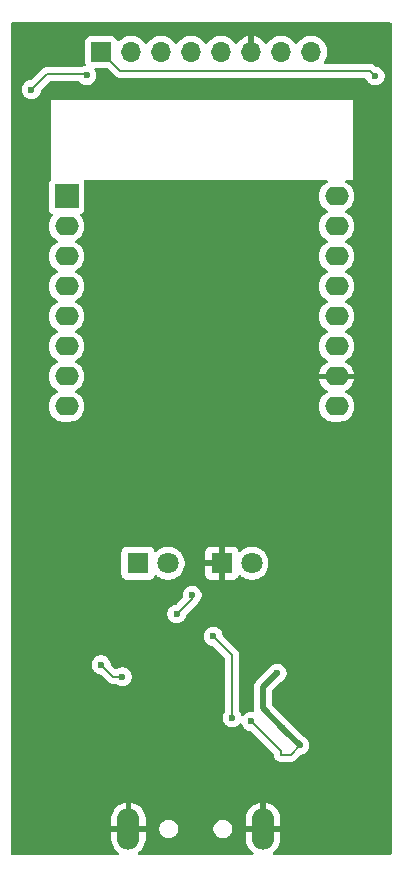
<source format=gbl>
%TF.GenerationSoftware,KiCad,Pcbnew,9.0.0*%
%TF.CreationDate,2025-12-11T14:08:25+01:00*%
%TF.ProjectId,rfidReader,72666964-5265-4616-9465-722e6b696361,rev?*%
%TF.SameCoordinates,Original*%
%TF.FileFunction,Copper,L2,Bot*%
%TF.FilePolarity,Positive*%
%FSLAX46Y46*%
G04 Gerber Fmt 4.6, Leading zero omitted, Abs format (unit mm)*
G04 Created by KiCad (PCBNEW 9.0.0) date 2025-12-11 14:08:25*
%MOMM*%
%LPD*%
G01*
G04 APERTURE LIST*
%TA.AperFunction,HeatsinkPad*%
%ADD10O,1.900000X3.500000*%
%TD*%
%TA.AperFunction,ComponentPad*%
%ADD11R,1.700000X1.700000*%
%TD*%
%TA.AperFunction,ComponentPad*%
%ADD12O,1.700000X1.700000*%
%TD*%
%TA.AperFunction,ComponentPad*%
%ADD13R,1.800000X1.800000*%
%TD*%
%TA.AperFunction,ComponentPad*%
%ADD14C,1.800000*%
%TD*%
%TA.AperFunction,ComponentPad*%
%ADD15R,2.000000X2.000000*%
%TD*%
%TA.AperFunction,ComponentPad*%
%ADD16O,2.000000X1.600000*%
%TD*%
%TA.AperFunction,ViaPad*%
%ADD17C,0.600000*%
%TD*%
%TA.AperFunction,Conductor*%
%ADD18C,0.200000*%
%TD*%
%TA.AperFunction,Conductor*%
%ADD19C,0.500000*%
%TD*%
G04 APERTURE END LIST*
D10*
%TO.P,J1,5,Shield*%
%TO.N,GND*%
X221115000Y-158200000D03*
X209715000Y-158200000D03*
%TD*%
D11*
%TO.P,U2,1,SDA*%
%TO.N,Net-(U1-SDA{slash}D2)*%
X207400000Y-92400000D03*
D12*
%TO.P,U2,2,SCK*%
%TO.N,Net-(U1-SCK{slash}D5)*%
X209940000Y-92400000D03*
%TO.P,U2,3,MOSI*%
%TO.N,Net-(U1-MOSI{slash}D7)*%
X212480000Y-92400000D03*
%TO.P,U2,4,MISO*%
%TO.N,Net-(U1-MISO{slash}D6)*%
X215020000Y-92400000D03*
%TO.P,U2,5,IRQ*%
%TO.N,unconnected-(U2-IRQ-Pad5)*%
X217560000Y-92400000D03*
%TO.P,U2,6,GND*%
%TO.N,GND*%
X220100000Y-92400000D03*
%TO.P,U2,7,RST*%
%TO.N,Net-(U1-SCL{slash}D1)*%
X222640000Y-92400000D03*
%TO.P,U2,8,3.3V*%
%TO.N,VDD*%
X225180000Y-92400000D03*
%TD*%
D13*
%TO.P,OK,1,K*%
%TO.N,GND*%
X217625000Y-135700000D03*
D14*
%TO.P,OK,2,A*%
%TO.N,Net-(Validation1-A)*%
X220165000Y-135700000D03*
%TD*%
D13*
%TO.P,Marche,1,K*%
%TO.N,Net-(Marche2-K)*%
X210525000Y-135700000D03*
D14*
%TO.P,Marche,2,A*%
%TO.N,Net-(Marche2-A)*%
X213065000Y-135700000D03*
%TD*%
D15*
%TO.P,U1,1,~{RST}*%
%TO.N,unconnected-(U1-~{RST}-Pad1)*%
X204470000Y-104648000D03*
D16*
%TO.P,U1,2,A0*%
%TO.N,unconnected-(U1-A0-Pad2)*%
X204470000Y-107188000D03*
%TO.P,U1,3,D0*%
%TO.N,unconnected-(U1-D0-Pad3)*%
X204470000Y-109728000D03*
%TO.P,U1,4,SCK/D5*%
%TO.N,Net-(U1-SCK{slash}D5)*%
X204470000Y-112268000D03*
%TO.P,U1,5,MISO/D6*%
%TO.N,Net-(U1-MISO{slash}D6)*%
X204470000Y-114808000D03*
%TO.P,U1,6,MOSI/D7*%
%TO.N,Net-(U1-MOSI{slash}D7)*%
X204470000Y-117348000D03*
%TO.P,U1,7,CS/D8*%
%TO.N,unconnected-(U1-CS{slash}D8-Pad7)*%
X204470000Y-119888000D03*
%TO.P,U1,8,3V3*%
%TO.N,VDD*%
X204470000Y-122428000D03*
%TO.P,U1,9,5V*%
%TO.N,unconnected-(U1-5V-Pad9)*%
X227330000Y-122428000D03*
%TO.P,U1,10,GND*%
%TO.N,GND*%
X227330000Y-119888000D03*
%TO.P,U1,11,D4*%
%TO.N,/D4*%
X227330000Y-117348000D03*
%TO.P,U1,12,D3*%
%TO.N,unconnected-(U1-D3-Pad12)*%
X227330000Y-114808000D03*
%TO.P,U1,13,SDA/D2*%
%TO.N,Net-(U1-SDA{slash}D2)*%
X227330000Y-112268000D03*
%TO.P,U1,14,SCL/D1*%
%TO.N,Net-(U1-SCL{slash}D1)*%
X227330000Y-109728000D03*
%TO.P,U1,15,RX*%
%TO.N,unconnected-(U1-RX-Pad15)*%
X227330000Y-107188000D03*
%TO.P,U1,16,TX*%
%TO.N,/RX*%
X227330000Y-104648000D03*
%TD*%
D17*
%TO.N,GND*%
X218000000Y-150650000D03*
X227500000Y-133000000D03*
X217400000Y-144350000D03*
X212250000Y-152600000D03*
X207250000Y-136850000D03*
%TO.N,VBUS*%
X222300000Y-145000000D03*
%TO.N,Net-(Marche2-A)*%
X218500000Y-148800000D03*
%TO.N,VBUS*%
X220100000Y-149100000D03*
%TO.N,/RX*%
X215100000Y-138400000D03*
%TO.N,Net-(Marche2-A)*%
X216900000Y-141900000D03*
%TO.N,Net-(U1-MOSI{slash}D7)*%
X206200000Y-94400000D03*
X201500000Y-95600000D03*
%TO.N,Net-(U1-SDA{slash}D2)*%
X230600000Y-94450000D03*
%TO.N,/RX*%
X207400000Y-144300000D03*
X209200000Y-145300000D03*
%TO.N,VBUS*%
X224232500Y-151120333D03*
%TO.N,/RX*%
X213800000Y-140000000D03*
%TD*%
D18*
%TO.N,VBUS*%
X220100000Y-149100000D02*
X222600000Y-151600000D01*
D19*
X221100000Y-146200000D02*
X221100000Y-148000000D01*
X222300000Y-145000000D02*
X221100000Y-146200000D01*
X222700000Y-149587833D02*
X223006084Y-149893916D01*
D18*
X223452833Y-151900000D02*
X224232500Y-151120333D01*
D19*
X222993916Y-149893916D02*
X223006084Y-149893916D01*
D18*
X222600000Y-151900000D02*
X223452833Y-151900000D01*
X222600000Y-151600000D02*
X222600000Y-151900000D01*
D19*
X221100000Y-148000000D02*
X222993916Y-149893916D01*
X223006084Y-149893916D02*
X224232500Y-151120333D01*
D18*
%TO.N,Net-(Marche2-A)*%
X218500000Y-143500000D02*
X216900000Y-141900000D01*
X216800000Y-141800000D02*
X216900000Y-141900000D01*
X218500000Y-148800000D02*
X218500000Y-143500000D01*
%TO.N,/RX*%
X208400000Y-145300000D02*
X207400000Y-144300000D01*
X209200000Y-145300000D02*
X208400000Y-145300000D01*
X215100000Y-138700000D02*
X215100000Y-138400000D01*
X213800000Y-140000000D02*
X215100000Y-138700000D01*
%TO.N,Net-(U1-MOSI{slash}D7)*%
X202800000Y-94300000D02*
X206100000Y-94300000D01*
X201500000Y-95600000D02*
X202800000Y-94300000D01*
X206100000Y-94300000D02*
X206200000Y-94400000D01*
%TO.N,Net-(U1-SDA{slash}D2)*%
X230600000Y-94450000D02*
X230150000Y-94000000D01*
X230150000Y-94000000D02*
X209000000Y-94000000D01*
X209000000Y-94000000D02*
X207400000Y-92400000D01*
%TD*%
%TA.AperFunction,Conductor*%
%TO.N,GND*%
G36*
X231942539Y-89920185D02*
G01*
X231988294Y-89972989D01*
X231999500Y-90024500D01*
X231999500Y-160275500D01*
X231979815Y-160342539D01*
X231927011Y-160388294D01*
X231875500Y-160399500D01*
X222037274Y-160399500D01*
X221970235Y-160379815D01*
X221924480Y-160327011D01*
X221914536Y-160257853D01*
X221943561Y-160194297D01*
X221964388Y-160175182D01*
X222059613Y-160105995D01*
X222059614Y-160105995D01*
X222220995Y-159944614D01*
X222355150Y-159759966D01*
X222458769Y-159556604D01*
X222529295Y-159339544D01*
X222565000Y-159114116D01*
X222565000Y-158450000D01*
X221565000Y-158450000D01*
X221565000Y-157950000D01*
X222565000Y-157950000D01*
X222565000Y-157285883D01*
X222529295Y-157060455D01*
X222458769Y-156843395D01*
X222355150Y-156640033D01*
X222220995Y-156455385D01*
X222059614Y-156294004D01*
X221874966Y-156159849D01*
X221671602Y-156056229D01*
X221454541Y-155985703D01*
X221365000Y-155971521D01*
X221365000Y-157024722D01*
X221288694Y-156980667D01*
X221174244Y-156950000D01*
X221055756Y-156950000D01*
X220941306Y-156980667D01*
X220865000Y-157024722D01*
X220865000Y-155971521D01*
X220864999Y-155971521D01*
X220775458Y-155985703D01*
X220558397Y-156056229D01*
X220355033Y-156159849D01*
X220170385Y-156294004D01*
X220009004Y-156455385D01*
X219874849Y-156640033D01*
X219771230Y-156843395D01*
X219700704Y-157060455D01*
X219665000Y-157285883D01*
X219665000Y-157950000D01*
X220665000Y-157950000D01*
X220665000Y-158450000D01*
X219665000Y-158450000D01*
X219665000Y-159114116D01*
X219700704Y-159339544D01*
X219771230Y-159556604D01*
X219874849Y-159759966D01*
X220009004Y-159944614D01*
X220170385Y-160105995D01*
X220265612Y-160175182D01*
X220308277Y-160230512D01*
X220314256Y-160300126D01*
X220281650Y-160361920D01*
X220220811Y-160396278D01*
X220192726Y-160399500D01*
X210637274Y-160399500D01*
X210570235Y-160379815D01*
X210524480Y-160327011D01*
X210514536Y-160257853D01*
X210543561Y-160194297D01*
X210564388Y-160175182D01*
X210659613Y-160105995D01*
X210659614Y-160105995D01*
X210820995Y-159944614D01*
X210955150Y-159759966D01*
X211058769Y-159556604D01*
X211129295Y-159339544D01*
X211165000Y-159114116D01*
X211165000Y-158450000D01*
X210165000Y-158450000D01*
X210165000Y-158121153D01*
X212314500Y-158121153D01*
X212314500Y-158278846D01*
X212345261Y-158433489D01*
X212345264Y-158433501D01*
X212405602Y-158579172D01*
X212405609Y-158579185D01*
X212493210Y-158710288D01*
X212493213Y-158710292D01*
X212604707Y-158821786D01*
X212604711Y-158821789D01*
X212735814Y-158909390D01*
X212735827Y-158909397D01*
X212881498Y-158969735D01*
X212881503Y-158969737D01*
X213036153Y-159000499D01*
X213036156Y-159000500D01*
X213036158Y-159000500D01*
X213193844Y-159000500D01*
X213193845Y-159000499D01*
X213348497Y-158969737D01*
X213494179Y-158909394D01*
X213625289Y-158821789D01*
X213736789Y-158710289D01*
X213824394Y-158579179D01*
X213884737Y-158433497D01*
X213915500Y-158278842D01*
X213915500Y-158121158D01*
X213915500Y-158121155D01*
X213915499Y-158121153D01*
X216914500Y-158121153D01*
X216914500Y-158278846D01*
X216945261Y-158433489D01*
X216945264Y-158433501D01*
X217005602Y-158579172D01*
X217005609Y-158579185D01*
X217093210Y-158710288D01*
X217093213Y-158710292D01*
X217204707Y-158821786D01*
X217204711Y-158821789D01*
X217335814Y-158909390D01*
X217335827Y-158909397D01*
X217481498Y-158969735D01*
X217481503Y-158969737D01*
X217636153Y-159000499D01*
X217636156Y-159000500D01*
X217636158Y-159000500D01*
X217793844Y-159000500D01*
X217793845Y-159000499D01*
X217948497Y-158969737D01*
X218094179Y-158909394D01*
X218225289Y-158821789D01*
X218336789Y-158710289D01*
X218424394Y-158579179D01*
X218484737Y-158433497D01*
X218515500Y-158278842D01*
X218515500Y-158121158D01*
X218515500Y-158121155D01*
X218515499Y-158121153D01*
X218484738Y-157966510D01*
X218484737Y-157966503D01*
X218477901Y-157950000D01*
X218424397Y-157820827D01*
X218424390Y-157820814D01*
X218336789Y-157689711D01*
X218336786Y-157689707D01*
X218225292Y-157578213D01*
X218225288Y-157578210D01*
X218094185Y-157490609D01*
X218094172Y-157490602D01*
X217948501Y-157430264D01*
X217948491Y-157430261D01*
X217809570Y-157402628D01*
X217809569Y-157402627D01*
X217793845Y-157399500D01*
X217793842Y-157399500D01*
X217636158Y-157399500D01*
X217636155Y-157399500D01*
X217481510Y-157430261D01*
X217481498Y-157430264D01*
X217335827Y-157490602D01*
X217335814Y-157490609D01*
X217204711Y-157578210D01*
X217204707Y-157578213D01*
X217093213Y-157689707D01*
X217093210Y-157689711D01*
X217005609Y-157820814D01*
X217005602Y-157820827D01*
X216945264Y-157966498D01*
X216945261Y-157966510D01*
X216914500Y-158121153D01*
X213915499Y-158121153D01*
X213884738Y-157966510D01*
X213884737Y-157966503D01*
X213877901Y-157950000D01*
X213824397Y-157820827D01*
X213824390Y-157820814D01*
X213736789Y-157689711D01*
X213736786Y-157689707D01*
X213625292Y-157578213D01*
X213625288Y-157578210D01*
X213494185Y-157490609D01*
X213494172Y-157490602D01*
X213348501Y-157430264D01*
X213348489Y-157430261D01*
X213193845Y-157399500D01*
X213193842Y-157399500D01*
X213036158Y-157399500D01*
X213036155Y-157399500D01*
X212881510Y-157430261D01*
X212881498Y-157430264D01*
X212735827Y-157490602D01*
X212735814Y-157490609D01*
X212604711Y-157578210D01*
X212604707Y-157578213D01*
X212493213Y-157689707D01*
X212493210Y-157689711D01*
X212405609Y-157820814D01*
X212405602Y-157820827D01*
X212345264Y-157966498D01*
X212345261Y-157966510D01*
X212314500Y-158121153D01*
X210165000Y-158121153D01*
X210165000Y-157950000D01*
X211165000Y-157950000D01*
X211165000Y-157285883D01*
X211129295Y-157060455D01*
X211058769Y-156843395D01*
X210955150Y-156640033D01*
X210820995Y-156455385D01*
X210659614Y-156294004D01*
X210474966Y-156159849D01*
X210271602Y-156056229D01*
X210054541Y-155985703D01*
X209965000Y-155971521D01*
X209965000Y-157024722D01*
X209888694Y-156980667D01*
X209774244Y-156950000D01*
X209655756Y-156950000D01*
X209541306Y-156980667D01*
X209465000Y-157024722D01*
X209465000Y-155971521D01*
X209464999Y-155971521D01*
X209375458Y-155985703D01*
X209158397Y-156056229D01*
X208955033Y-156159849D01*
X208770385Y-156294004D01*
X208609004Y-156455385D01*
X208474849Y-156640033D01*
X208371230Y-156843395D01*
X208300704Y-157060455D01*
X208265000Y-157285883D01*
X208265000Y-157950000D01*
X209265000Y-157950000D01*
X209265000Y-158450000D01*
X208265000Y-158450000D01*
X208265000Y-159114116D01*
X208300704Y-159339544D01*
X208371230Y-159556604D01*
X208474849Y-159759966D01*
X208609004Y-159944614D01*
X208770385Y-160105995D01*
X208865612Y-160175182D01*
X208908277Y-160230512D01*
X208914256Y-160300126D01*
X208881650Y-160361920D01*
X208820811Y-160396278D01*
X208792726Y-160399500D01*
X199874500Y-160399500D01*
X199807461Y-160379815D01*
X199761706Y-160327011D01*
X199750500Y-160275500D01*
X199750500Y-144221153D01*
X206599500Y-144221153D01*
X206599500Y-144378846D01*
X206630261Y-144533489D01*
X206630264Y-144533501D01*
X206690602Y-144679172D01*
X206690609Y-144679185D01*
X206778210Y-144810288D01*
X206778213Y-144810292D01*
X206889707Y-144921786D01*
X206889711Y-144921789D01*
X207020814Y-145009390D01*
X207020827Y-145009397D01*
X207158683Y-145066498D01*
X207166503Y-145069737D01*
X207212277Y-145078842D01*
X207321849Y-145100638D01*
X207383760Y-145133023D01*
X207385336Y-145134571D01*
X208031284Y-145780520D01*
X208031286Y-145780521D01*
X208031290Y-145780524D01*
X208142110Y-145844505D01*
X208168216Y-145859577D01*
X208320943Y-145900501D01*
X208320945Y-145900501D01*
X208486654Y-145900501D01*
X208486670Y-145900500D01*
X208620234Y-145900500D01*
X208687273Y-145920185D01*
X208689125Y-145921398D01*
X208820814Y-146009390D01*
X208820827Y-146009397D01*
X208966498Y-146069735D01*
X208966503Y-146069737D01*
X209121153Y-146100499D01*
X209121156Y-146100500D01*
X209121158Y-146100500D01*
X209278844Y-146100500D01*
X209278845Y-146100499D01*
X209433497Y-146069737D01*
X209579179Y-146009394D01*
X209710289Y-145921789D01*
X209821789Y-145810289D01*
X209909394Y-145679179D01*
X209969737Y-145533497D01*
X210000500Y-145378842D01*
X210000500Y-145221158D01*
X210000500Y-145221155D01*
X210000499Y-145221153D01*
X209972192Y-145078846D01*
X209969737Y-145066503D01*
X209909534Y-144921158D01*
X209909397Y-144920827D01*
X209909390Y-144920814D01*
X209821789Y-144789711D01*
X209821786Y-144789707D01*
X209710292Y-144678213D01*
X209710288Y-144678210D01*
X209579185Y-144590609D01*
X209579172Y-144590602D01*
X209433501Y-144530264D01*
X209433489Y-144530261D01*
X209278845Y-144499500D01*
X209278842Y-144499500D01*
X209121158Y-144499500D01*
X209121155Y-144499500D01*
X208966510Y-144530261D01*
X208966498Y-144530264D01*
X208820827Y-144590602D01*
X208820814Y-144590609D01*
X208737000Y-144646613D01*
X208670323Y-144667491D01*
X208602942Y-144649007D01*
X208580428Y-144631192D01*
X208234573Y-144285337D01*
X208201088Y-144224014D01*
X208200637Y-144221847D01*
X208169738Y-144066510D01*
X208169737Y-144066503D01*
X208169735Y-144066498D01*
X208109397Y-143920827D01*
X208109390Y-143920814D01*
X208021789Y-143789711D01*
X208021786Y-143789707D01*
X207910292Y-143678213D01*
X207910288Y-143678210D01*
X207779185Y-143590609D01*
X207779172Y-143590602D01*
X207633501Y-143530264D01*
X207633489Y-143530261D01*
X207478845Y-143499500D01*
X207478842Y-143499500D01*
X207321158Y-143499500D01*
X207321155Y-143499500D01*
X207166510Y-143530261D01*
X207166498Y-143530264D01*
X207020827Y-143590602D01*
X207020814Y-143590609D01*
X206889711Y-143678210D01*
X206889707Y-143678213D01*
X206778213Y-143789707D01*
X206778210Y-143789711D01*
X206690609Y-143920814D01*
X206690602Y-143920827D01*
X206630264Y-144066498D01*
X206630261Y-144066510D01*
X206599500Y-144221153D01*
X199750500Y-144221153D01*
X199750500Y-141821153D01*
X216099500Y-141821153D01*
X216099500Y-141978846D01*
X216130261Y-142133489D01*
X216130264Y-142133501D01*
X216190602Y-142279172D01*
X216190609Y-142279185D01*
X216278210Y-142410288D01*
X216278213Y-142410292D01*
X216389707Y-142521786D01*
X216389711Y-142521789D01*
X216520814Y-142609390D01*
X216520827Y-142609397D01*
X216666498Y-142669735D01*
X216666503Y-142669737D01*
X216731147Y-142682595D01*
X216821849Y-142700638D01*
X216883760Y-142733023D01*
X216885339Y-142734574D01*
X217863181Y-143712416D01*
X217896666Y-143773739D01*
X217899500Y-143800097D01*
X217899500Y-148220234D01*
X217879815Y-148287273D01*
X217878602Y-148289125D01*
X217790609Y-148420814D01*
X217790602Y-148420827D01*
X217730264Y-148566498D01*
X217730261Y-148566510D01*
X217699500Y-148721153D01*
X217699500Y-148878846D01*
X217730261Y-149033489D01*
X217730264Y-149033501D01*
X217790602Y-149179172D01*
X217790609Y-149179185D01*
X217878210Y-149310288D01*
X217878213Y-149310292D01*
X217989707Y-149421786D01*
X217989711Y-149421789D01*
X218120814Y-149509390D01*
X218120827Y-149509397D01*
X218266498Y-149569735D01*
X218266503Y-149569737D01*
X218421153Y-149600499D01*
X218421156Y-149600500D01*
X218421158Y-149600500D01*
X218578844Y-149600500D01*
X218578845Y-149600499D01*
X218733497Y-149569737D01*
X218879179Y-149509394D01*
X219010289Y-149421789D01*
X219121789Y-149310289D01*
X219121795Y-149310279D01*
X219122696Y-149309183D01*
X219123323Y-149308755D01*
X219126097Y-149305982D01*
X219126622Y-149306507D01*
X219180439Y-149269844D01*
X219250283Y-149267968D01*
X219310054Y-149304150D01*
X219333117Y-149340388D01*
X219390602Y-149479172D01*
X219390609Y-149479185D01*
X219478210Y-149610288D01*
X219478213Y-149610292D01*
X219589707Y-149721786D01*
X219589711Y-149721789D01*
X219720814Y-149809390D01*
X219720827Y-149809397D01*
X219866498Y-149869735D01*
X219866503Y-149869737D01*
X219931147Y-149882595D01*
X220021849Y-149900638D01*
X220083760Y-149933023D01*
X220085339Y-149934574D01*
X221963181Y-151812416D01*
X221996666Y-151873739D01*
X221999500Y-151900097D01*
X221999500Y-151979056D01*
X222040423Y-152131783D01*
X222040426Y-152131790D01*
X222119475Y-152268709D01*
X222119478Y-152268713D01*
X222119480Y-152268716D01*
X222231284Y-152380520D01*
X222231286Y-152380521D01*
X222231290Y-152380524D01*
X222368209Y-152459573D01*
X222368216Y-152459577D01*
X222520943Y-152500500D01*
X222679057Y-152500500D01*
X223366164Y-152500500D01*
X223366180Y-152500501D01*
X223373776Y-152500501D01*
X223531887Y-152500501D01*
X223531890Y-152500501D01*
X223684618Y-152459577D01*
X223734737Y-152430639D01*
X223821549Y-152380520D01*
X223933353Y-152268716D01*
X223933353Y-152268714D01*
X223943561Y-152258507D01*
X223943562Y-152258504D01*
X224247164Y-151954903D01*
X224308484Y-151921421D01*
X224310651Y-151920970D01*
X224311340Y-151920833D01*
X224311342Y-151920833D01*
X224465997Y-151890070D01*
X224611679Y-151829727D01*
X224742789Y-151742122D01*
X224854289Y-151630622D01*
X224941894Y-151499512D01*
X225002237Y-151353830D01*
X225033000Y-151199175D01*
X225033000Y-151041491D01*
X225033000Y-151041488D01*
X225032999Y-151041486D01*
X225002238Y-150886843D01*
X225002237Y-150886836D01*
X225002235Y-150886831D01*
X224941897Y-150741160D01*
X224941890Y-150741147D01*
X224854289Y-150610044D01*
X224854286Y-150610040D01*
X224742792Y-150498546D01*
X224742784Y-150498540D01*
X224611681Y-150410940D01*
X224611679Y-150410939D01*
X224588021Y-150401139D01*
X224547795Y-150374260D01*
X223178415Y-149004880D01*
X223151903Y-148987166D01*
X223133113Y-148971745D01*
X221886819Y-147725451D01*
X221853334Y-147664128D01*
X221850500Y-147637770D01*
X221850500Y-146562229D01*
X221870185Y-146495190D01*
X221886819Y-146474548D01*
X222235288Y-146126079D01*
X222615297Y-145746069D01*
X222655522Y-145719192D01*
X222679179Y-145709394D01*
X222810289Y-145621789D01*
X222921789Y-145510289D01*
X223009394Y-145379179D01*
X223069737Y-145233497D01*
X223100500Y-145078842D01*
X223100500Y-144921158D01*
X223100500Y-144921155D01*
X223100499Y-144921153D01*
X223078447Y-144810292D01*
X223069737Y-144766503D01*
X223033569Y-144679185D01*
X223009397Y-144620827D01*
X223009390Y-144620814D01*
X222921789Y-144489711D01*
X222921786Y-144489707D01*
X222810292Y-144378213D01*
X222810288Y-144378210D01*
X222679185Y-144290609D01*
X222679172Y-144290602D01*
X222533501Y-144230264D01*
X222533489Y-144230261D01*
X222378845Y-144199500D01*
X222378842Y-144199500D01*
X222221158Y-144199500D01*
X222221155Y-144199500D01*
X222066510Y-144230261D01*
X222066498Y-144230264D01*
X221920827Y-144290602D01*
X221920814Y-144290609D01*
X221789711Y-144378210D01*
X221789707Y-144378213D01*
X221678213Y-144489707D01*
X221678207Y-144489715D01*
X221590607Y-144620818D01*
X221590606Y-144620819D01*
X221580805Y-144644480D01*
X221553927Y-144684703D01*
X220517047Y-145721584D01*
X220517043Y-145721589D01*
X220484874Y-145769736D01*
X220484874Y-145769737D01*
X220434913Y-145844508D01*
X220378343Y-145981082D01*
X220378340Y-145981092D01*
X220349500Y-146126079D01*
X220349500Y-146126082D01*
X220349500Y-148073918D01*
X220349500Y-148073920D01*
X220349499Y-148073920D01*
X220367045Y-148162123D01*
X220360818Y-148231715D01*
X220317955Y-148286892D01*
X220252066Y-148310137D01*
X220221237Y-148307932D01*
X220178846Y-148299500D01*
X220178842Y-148299500D01*
X220021158Y-148299500D01*
X220021155Y-148299500D01*
X219866510Y-148330261D01*
X219866498Y-148330264D01*
X219720827Y-148390602D01*
X219720814Y-148390609D01*
X219589711Y-148478210D01*
X219589707Y-148478213D01*
X219478208Y-148589712D01*
X219477288Y-148590834D01*
X219476657Y-148591263D01*
X219473903Y-148594018D01*
X219473380Y-148593495D01*
X219419538Y-148630162D01*
X219349694Y-148632025D01*
X219289929Y-148595832D01*
X219266882Y-148559611D01*
X219209397Y-148420826D01*
X219209390Y-148420814D01*
X219121398Y-148289125D01*
X219100520Y-148222447D01*
X219100500Y-148220234D01*
X219100500Y-143589060D01*
X219100501Y-143589047D01*
X219100501Y-143420944D01*
X219059576Y-143268214D01*
X219059573Y-143268209D01*
X218980524Y-143131290D01*
X218980518Y-143131282D01*
X217734573Y-141885337D01*
X217701088Y-141824014D01*
X217700637Y-141821847D01*
X217669738Y-141666510D01*
X217669737Y-141666503D01*
X217669735Y-141666498D01*
X217609397Y-141520827D01*
X217609390Y-141520814D01*
X217521789Y-141389711D01*
X217521786Y-141389707D01*
X217410292Y-141278213D01*
X217410288Y-141278210D01*
X217279185Y-141190609D01*
X217279172Y-141190602D01*
X217133501Y-141130264D01*
X217133489Y-141130261D01*
X216978845Y-141099500D01*
X216978842Y-141099500D01*
X216821158Y-141099500D01*
X216821155Y-141099500D01*
X216666510Y-141130261D01*
X216666498Y-141130264D01*
X216520827Y-141190602D01*
X216520814Y-141190609D01*
X216389711Y-141278210D01*
X216389707Y-141278213D01*
X216278213Y-141389707D01*
X216278210Y-141389711D01*
X216190609Y-141520814D01*
X216190602Y-141520827D01*
X216130264Y-141666498D01*
X216130261Y-141666510D01*
X216099500Y-141821153D01*
X199750500Y-141821153D01*
X199750500Y-139921153D01*
X212999500Y-139921153D01*
X212999500Y-140078846D01*
X213030261Y-140233489D01*
X213030264Y-140233501D01*
X213090602Y-140379172D01*
X213090609Y-140379185D01*
X213178210Y-140510288D01*
X213178213Y-140510292D01*
X213289707Y-140621786D01*
X213289711Y-140621789D01*
X213420814Y-140709390D01*
X213420827Y-140709397D01*
X213566498Y-140769735D01*
X213566503Y-140769737D01*
X213721153Y-140800499D01*
X213721156Y-140800500D01*
X213721158Y-140800500D01*
X213878844Y-140800500D01*
X213878845Y-140800499D01*
X214033497Y-140769737D01*
X214179179Y-140709394D01*
X214310289Y-140621789D01*
X214421789Y-140510289D01*
X214509394Y-140379179D01*
X214569737Y-140233497D01*
X214589113Y-140136085D01*
X214600638Y-140078150D01*
X214633023Y-140016239D01*
X214634516Y-140014718D01*
X215580520Y-139068716D01*
X215595792Y-139042262D01*
X215615497Y-139016580D01*
X215721789Y-138910289D01*
X215809394Y-138779179D01*
X215869737Y-138633497D01*
X215900500Y-138478842D01*
X215900500Y-138321158D01*
X215900500Y-138321155D01*
X215900499Y-138321153D01*
X215869738Y-138166510D01*
X215869737Y-138166503D01*
X215869735Y-138166498D01*
X215809397Y-138020827D01*
X215809390Y-138020814D01*
X215721789Y-137889711D01*
X215721786Y-137889707D01*
X215610292Y-137778213D01*
X215610288Y-137778210D01*
X215479185Y-137690609D01*
X215479172Y-137690602D01*
X215333501Y-137630264D01*
X215333489Y-137630261D01*
X215178845Y-137599500D01*
X215178842Y-137599500D01*
X215021158Y-137599500D01*
X215021155Y-137599500D01*
X214866510Y-137630261D01*
X214866498Y-137630264D01*
X214720827Y-137690602D01*
X214720814Y-137690609D01*
X214589711Y-137778210D01*
X214589707Y-137778213D01*
X214478213Y-137889707D01*
X214478210Y-137889711D01*
X214390609Y-138020814D01*
X214390602Y-138020827D01*
X214330264Y-138166498D01*
X214330261Y-138166510D01*
X214299500Y-138321153D01*
X214299500Y-138321158D01*
X214299500Y-138478842D01*
X214299501Y-138478846D01*
X214315176Y-138557652D01*
X214308947Y-138627243D01*
X214281239Y-138669523D01*
X213785339Y-139165425D01*
X213724016Y-139198910D01*
X213721850Y-139199361D01*
X213566508Y-139230261D01*
X213566498Y-139230264D01*
X213420827Y-139290602D01*
X213420814Y-139290609D01*
X213289711Y-139378210D01*
X213289707Y-139378213D01*
X213178213Y-139489707D01*
X213178210Y-139489711D01*
X213090609Y-139620814D01*
X213090602Y-139620827D01*
X213030264Y-139766498D01*
X213030261Y-139766510D01*
X212999500Y-139921153D01*
X199750500Y-139921153D01*
X199750500Y-134752135D01*
X209124500Y-134752135D01*
X209124500Y-136647870D01*
X209124501Y-136647876D01*
X209130908Y-136707483D01*
X209181202Y-136842328D01*
X209181206Y-136842335D01*
X209267452Y-136957544D01*
X209267455Y-136957547D01*
X209382664Y-137043793D01*
X209382671Y-137043797D01*
X209517517Y-137094091D01*
X209517516Y-137094091D01*
X209524444Y-137094835D01*
X209577127Y-137100500D01*
X211472872Y-137100499D01*
X211532483Y-137094091D01*
X211667331Y-137043796D01*
X211782546Y-136957546D01*
X211868796Y-136842331D01*
X211868885Y-136842093D01*
X211898601Y-136762420D01*
X211940471Y-136706486D01*
X212005936Y-136682068D01*
X212074209Y-136696919D01*
X212102464Y-136718071D01*
X212152636Y-136768243D01*
X212152641Y-136768247D01*
X212254603Y-136842326D01*
X212330978Y-136897815D01*
X212459375Y-136963237D01*
X212527393Y-136997895D01*
X212527396Y-136997896D01*
X212632221Y-137031955D01*
X212737049Y-137066015D01*
X212954778Y-137100500D01*
X212954779Y-137100500D01*
X213175221Y-137100500D01*
X213175222Y-137100500D01*
X213392951Y-137066015D01*
X213602606Y-136997895D01*
X213799022Y-136897815D01*
X213977365Y-136768242D01*
X214133242Y-136612365D01*
X214262815Y-136434022D01*
X214362895Y-136237606D01*
X214431015Y-136027951D01*
X214465500Y-135810222D01*
X214465500Y-135589778D01*
X214431015Y-135372049D01*
X214396955Y-135267221D01*
X214362896Y-135162396D01*
X214362895Y-135162393D01*
X214262815Y-134965978D01*
X214158018Y-134821736D01*
X214158017Y-134821735D01*
X214133243Y-134787636D01*
X214097762Y-134752155D01*
X216225000Y-134752155D01*
X216225000Y-135450000D01*
X217249722Y-135450000D01*
X217205667Y-135526306D01*
X217175000Y-135640756D01*
X217175000Y-135759244D01*
X217205667Y-135873694D01*
X217249722Y-135950000D01*
X216225000Y-135950000D01*
X216225000Y-136647844D01*
X216231401Y-136707372D01*
X216231403Y-136707379D01*
X216281645Y-136842086D01*
X216281649Y-136842093D01*
X216367809Y-136957187D01*
X216367812Y-136957190D01*
X216482906Y-137043350D01*
X216482913Y-137043354D01*
X216617620Y-137093596D01*
X216617627Y-137093598D01*
X216677155Y-137099999D01*
X216677172Y-137100000D01*
X217375000Y-137100000D01*
X217375000Y-136075277D01*
X217451306Y-136119333D01*
X217565756Y-136150000D01*
X217684244Y-136150000D01*
X217798694Y-136119333D01*
X217875000Y-136075277D01*
X217875000Y-137100000D01*
X218572828Y-137100000D01*
X218572844Y-137099999D01*
X218632372Y-137093598D01*
X218632379Y-137093596D01*
X218767086Y-137043354D01*
X218767093Y-137043350D01*
X218882187Y-136957190D01*
X218882190Y-136957187D01*
X218968350Y-136842093D01*
X218968354Y-136842086D01*
X218998213Y-136762031D01*
X219040084Y-136706097D01*
X219105548Y-136681680D01*
X219173821Y-136696531D01*
X219202076Y-136717683D01*
X219252636Y-136768243D01*
X219252641Y-136768247D01*
X219354603Y-136842326D01*
X219430978Y-136897815D01*
X219559375Y-136963237D01*
X219627393Y-136997895D01*
X219627396Y-136997896D01*
X219732221Y-137031955D01*
X219837049Y-137066015D01*
X220054778Y-137100500D01*
X220054779Y-137100500D01*
X220275221Y-137100500D01*
X220275222Y-137100500D01*
X220492951Y-137066015D01*
X220702606Y-136997895D01*
X220899022Y-136897815D01*
X221077365Y-136768242D01*
X221233242Y-136612365D01*
X221362815Y-136434022D01*
X221462895Y-136237606D01*
X221531015Y-136027951D01*
X221565500Y-135810222D01*
X221565500Y-135589778D01*
X221531015Y-135372049D01*
X221496955Y-135267221D01*
X221462896Y-135162396D01*
X221462895Y-135162393D01*
X221428237Y-135094375D01*
X221362815Y-134965978D01*
X221258017Y-134821735D01*
X221233247Y-134787641D01*
X221233243Y-134787636D01*
X221077363Y-134631756D01*
X221077358Y-134631752D01*
X220899025Y-134502187D01*
X220899024Y-134502186D01*
X220899022Y-134502185D01*
X220836096Y-134470122D01*
X220702606Y-134402104D01*
X220702603Y-134402103D01*
X220492952Y-134333985D01*
X220384086Y-134316742D01*
X220275222Y-134299500D01*
X220054778Y-134299500D01*
X219982201Y-134310995D01*
X219837047Y-134333985D01*
X219627396Y-134402103D01*
X219627393Y-134402104D01*
X219430974Y-134502187D01*
X219252641Y-134631752D01*
X219252636Y-134631756D01*
X219202075Y-134682317D01*
X219140752Y-134715801D01*
X219071060Y-134710816D01*
X219015127Y-134668945D01*
X218998213Y-134637968D01*
X218968354Y-134557913D01*
X218968350Y-134557906D01*
X218882190Y-134442812D01*
X218882187Y-134442809D01*
X218767093Y-134356649D01*
X218767086Y-134356645D01*
X218632379Y-134306403D01*
X218632372Y-134306401D01*
X218572844Y-134300000D01*
X217875000Y-134300000D01*
X217875000Y-135324722D01*
X217798694Y-135280667D01*
X217684244Y-135250000D01*
X217565756Y-135250000D01*
X217451306Y-135280667D01*
X217375000Y-135324722D01*
X217375000Y-134300000D01*
X216677155Y-134300000D01*
X216617627Y-134306401D01*
X216617620Y-134306403D01*
X216482913Y-134356645D01*
X216482906Y-134356649D01*
X216367812Y-134442809D01*
X216367809Y-134442812D01*
X216281649Y-134557906D01*
X216281645Y-134557913D01*
X216231403Y-134692620D01*
X216231401Y-134692627D01*
X216225000Y-134752155D01*
X214097762Y-134752155D01*
X213977363Y-134631756D01*
X213977358Y-134631752D01*
X213799025Y-134502187D01*
X213799024Y-134502186D01*
X213799022Y-134502185D01*
X213736096Y-134470122D01*
X213602606Y-134402104D01*
X213602603Y-134402103D01*
X213392952Y-134333985D01*
X213284086Y-134316742D01*
X213175222Y-134299500D01*
X212954778Y-134299500D01*
X212882201Y-134310995D01*
X212737047Y-134333985D01*
X212527396Y-134402103D01*
X212527393Y-134402104D01*
X212330974Y-134502187D01*
X212152641Y-134631752D01*
X212152636Y-134631756D01*
X212102463Y-134681929D01*
X212041140Y-134715413D01*
X211971448Y-134710428D01*
X211915515Y-134668557D01*
X211898601Y-134637580D01*
X211868797Y-134557671D01*
X211868793Y-134557664D01*
X211782547Y-134442455D01*
X211782544Y-134442452D01*
X211667335Y-134356206D01*
X211667328Y-134356202D01*
X211532482Y-134305908D01*
X211532483Y-134305908D01*
X211472883Y-134299501D01*
X211472881Y-134299500D01*
X211472873Y-134299500D01*
X211472864Y-134299500D01*
X209577129Y-134299500D01*
X209577123Y-134299501D01*
X209517516Y-134305908D01*
X209382671Y-134356202D01*
X209382664Y-134356206D01*
X209267455Y-134442452D01*
X209267452Y-134442455D01*
X209181206Y-134557664D01*
X209181202Y-134557671D01*
X209130908Y-134692517D01*
X209124501Y-134752116D01*
X209124500Y-134752135D01*
X199750500Y-134752135D01*
X199750500Y-103600135D01*
X202969500Y-103600135D01*
X202969500Y-105695870D01*
X202969501Y-105695876D01*
X202975908Y-105755483D01*
X203026202Y-105890328D01*
X203026206Y-105890335D01*
X203112452Y-106005544D01*
X203112455Y-106005547D01*
X203227664Y-106091793D01*
X203227673Y-106091798D01*
X203264914Y-106105688D01*
X203320848Y-106147559D01*
X203345266Y-106213023D01*
X203330415Y-106281296D01*
X203309265Y-106309550D01*
X203278027Y-106340787D01*
X203157715Y-106506386D01*
X203064781Y-106688776D01*
X203001522Y-106883465D01*
X202969500Y-107085648D01*
X202969500Y-107290351D01*
X203001522Y-107492534D01*
X203064781Y-107687223D01*
X203157715Y-107869613D01*
X203278028Y-108035213D01*
X203422786Y-108179971D01*
X203577749Y-108292556D01*
X203588390Y-108300287D01*
X203679840Y-108346883D01*
X203681080Y-108347515D01*
X203731876Y-108395490D01*
X203748671Y-108463311D01*
X203726134Y-108529446D01*
X203681080Y-108568485D01*
X203588386Y-108615715D01*
X203422786Y-108736028D01*
X203278028Y-108880786D01*
X203157715Y-109046386D01*
X203064781Y-109228776D01*
X203001522Y-109423465D01*
X202969500Y-109625648D01*
X202969500Y-109830351D01*
X203001522Y-110032534D01*
X203064781Y-110227223D01*
X203157715Y-110409613D01*
X203278028Y-110575213D01*
X203422786Y-110719971D01*
X203577749Y-110832556D01*
X203588390Y-110840287D01*
X203679840Y-110886883D01*
X203681080Y-110887515D01*
X203731876Y-110935490D01*
X203748671Y-111003311D01*
X203726134Y-111069446D01*
X203681080Y-111108485D01*
X203588386Y-111155715D01*
X203422786Y-111276028D01*
X203278028Y-111420786D01*
X203157715Y-111586386D01*
X203064781Y-111768776D01*
X203001522Y-111963465D01*
X202969500Y-112165648D01*
X202969500Y-112370351D01*
X203001522Y-112572534D01*
X203064781Y-112767223D01*
X203157715Y-112949613D01*
X203278028Y-113115213D01*
X203422786Y-113259971D01*
X203577749Y-113372556D01*
X203588390Y-113380287D01*
X203679840Y-113426883D01*
X203681080Y-113427515D01*
X203731876Y-113475490D01*
X203748671Y-113543311D01*
X203726134Y-113609446D01*
X203681080Y-113648485D01*
X203588386Y-113695715D01*
X203422786Y-113816028D01*
X203278028Y-113960786D01*
X203157715Y-114126386D01*
X203064781Y-114308776D01*
X203001522Y-114503465D01*
X202969500Y-114705648D01*
X202969500Y-114910351D01*
X203001522Y-115112534D01*
X203064781Y-115307223D01*
X203157715Y-115489613D01*
X203278028Y-115655213D01*
X203422786Y-115799971D01*
X203577749Y-115912556D01*
X203588390Y-115920287D01*
X203679840Y-115966883D01*
X203681080Y-115967515D01*
X203731876Y-116015490D01*
X203748671Y-116083311D01*
X203726134Y-116149446D01*
X203681080Y-116188485D01*
X203588386Y-116235715D01*
X203422786Y-116356028D01*
X203278028Y-116500786D01*
X203157715Y-116666386D01*
X203064781Y-116848776D01*
X203001522Y-117043465D01*
X202969500Y-117245648D01*
X202969500Y-117450351D01*
X203001522Y-117652534D01*
X203064781Y-117847223D01*
X203157715Y-118029613D01*
X203278028Y-118195213D01*
X203422786Y-118339971D01*
X203577749Y-118452556D01*
X203588390Y-118460287D01*
X203679840Y-118506883D01*
X203681080Y-118507515D01*
X203731876Y-118555490D01*
X203748671Y-118623311D01*
X203726134Y-118689446D01*
X203681080Y-118728485D01*
X203588386Y-118775715D01*
X203422786Y-118896028D01*
X203278028Y-119040786D01*
X203157715Y-119206386D01*
X203064781Y-119388776D01*
X203001522Y-119583465D01*
X202969500Y-119785648D01*
X202969500Y-119990351D01*
X203001522Y-120192534D01*
X203064781Y-120387223D01*
X203157715Y-120569613D01*
X203278028Y-120735213D01*
X203422786Y-120879971D01*
X203577749Y-120992556D01*
X203588390Y-121000287D01*
X203679840Y-121046883D01*
X203681080Y-121047515D01*
X203731876Y-121095490D01*
X203748671Y-121163311D01*
X203726134Y-121229446D01*
X203681080Y-121268485D01*
X203588386Y-121315715D01*
X203422786Y-121436028D01*
X203278028Y-121580786D01*
X203157715Y-121746386D01*
X203064781Y-121928776D01*
X203001522Y-122123465D01*
X202969500Y-122325648D01*
X202969500Y-122530351D01*
X203001522Y-122732534D01*
X203064781Y-122927223D01*
X203157715Y-123109613D01*
X203278028Y-123275213D01*
X203422786Y-123419971D01*
X203577749Y-123532556D01*
X203588390Y-123540287D01*
X203704607Y-123599503D01*
X203770776Y-123633218D01*
X203770778Y-123633218D01*
X203770781Y-123633220D01*
X203875137Y-123667127D01*
X203965465Y-123696477D01*
X204066557Y-123712488D01*
X204167648Y-123728500D01*
X204167649Y-123728500D01*
X204772351Y-123728500D01*
X204772352Y-123728500D01*
X204974534Y-123696477D01*
X205169219Y-123633220D01*
X205351610Y-123540287D01*
X205444590Y-123472732D01*
X205517213Y-123419971D01*
X205517215Y-123419968D01*
X205517219Y-123419966D01*
X205661966Y-123275219D01*
X205661968Y-123275215D01*
X205661971Y-123275213D01*
X205714732Y-123202590D01*
X205782287Y-123109610D01*
X205875220Y-122927219D01*
X205938477Y-122732534D01*
X205970500Y-122530352D01*
X205970500Y-122325648D01*
X205938477Y-122123466D01*
X205875220Y-121928781D01*
X205875218Y-121928778D01*
X205875218Y-121928776D01*
X205841503Y-121862607D01*
X205782287Y-121746390D01*
X205774556Y-121735749D01*
X205661971Y-121580786D01*
X205517213Y-121436028D01*
X205351614Y-121315715D01*
X205345006Y-121312348D01*
X205258917Y-121268483D01*
X205208123Y-121220511D01*
X205191328Y-121152690D01*
X205213865Y-121086555D01*
X205258917Y-121047516D01*
X205351610Y-121000287D01*
X205372770Y-120984913D01*
X205517213Y-120879971D01*
X205517215Y-120879968D01*
X205517219Y-120879966D01*
X205661966Y-120735219D01*
X205661968Y-120735215D01*
X205661971Y-120735213D01*
X205714732Y-120662590D01*
X205782287Y-120569610D01*
X205875220Y-120387219D01*
X205938477Y-120192534D01*
X205970500Y-119990352D01*
X205970500Y-119785648D01*
X205959200Y-119714306D01*
X205938477Y-119583465D01*
X205909127Y-119493137D01*
X205875220Y-119388781D01*
X205875218Y-119388778D01*
X205875218Y-119388776D01*
X205782419Y-119206650D01*
X205782287Y-119206390D01*
X205774556Y-119195749D01*
X205661971Y-119040786D01*
X205517213Y-118896028D01*
X205351614Y-118775715D01*
X205345006Y-118772348D01*
X205258917Y-118728483D01*
X205208123Y-118680511D01*
X205191328Y-118612690D01*
X205213865Y-118546555D01*
X205258917Y-118507516D01*
X205351610Y-118460287D01*
X205372770Y-118444913D01*
X205517213Y-118339971D01*
X205517215Y-118339968D01*
X205517219Y-118339966D01*
X205661966Y-118195219D01*
X205661968Y-118195215D01*
X205661971Y-118195213D01*
X205714732Y-118122590D01*
X205782287Y-118029610D01*
X205875220Y-117847219D01*
X205938477Y-117652534D01*
X205970500Y-117450352D01*
X205970500Y-117245648D01*
X205938477Y-117043466D01*
X205875220Y-116848781D01*
X205875218Y-116848778D01*
X205875218Y-116848776D01*
X205841503Y-116782607D01*
X205782287Y-116666390D01*
X205774556Y-116655749D01*
X205661971Y-116500786D01*
X205517213Y-116356028D01*
X205351614Y-116235715D01*
X205345006Y-116232348D01*
X205258917Y-116188483D01*
X205208123Y-116140511D01*
X205191328Y-116072690D01*
X205213865Y-116006555D01*
X205258917Y-115967516D01*
X205351610Y-115920287D01*
X205372770Y-115904913D01*
X205517213Y-115799971D01*
X205517215Y-115799968D01*
X205517219Y-115799966D01*
X205661966Y-115655219D01*
X205661968Y-115655215D01*
X205661971Y-115655213D01*
X205714732Y-115582590D01*
X205782287Y-115489610D01*
X205875220Y-115307219D01*
X205938477Y-115112534D01*
X205970500Y-114910352D01*
X205970500Y-114705648D01*
X205938477Y-114503466D01*
X205875220Y-114308781D01*
X205875218Y-114308778D01*
X205875218Y-114308776D01*
X205841503Y-114242607D01*
X205782287Y-114126390D01*
X205774556Y-114115749D01*
X205661971Y-113960786D01*
X205517213Y-113816028D01*
X205351614Y-113695715D01*
X205345006Y-113692348D01*
X205258917Y-113648483D01*
X205208123Y-113600511D01*
X205191328Y-113532690D01*
X205213865Y-113466555D01*
X205258917Y-113427516D01*
X205351610Y-113380287D01*
X205372770Y-113364913D01*
X205517213Y-113259971D01*
X205517215Y-113259968D01*
X205517219Y-113259966D01*
X205661966Y-113115219D01*
X205661968Y-113115215D01*
X205661971Y-113115213D01*
X205714732Y-113042590D01*
X205782287Y-112949610D01*
X205875220Y-112767219D01*
X205938477Y-112572534D01*
X205970500Y-112370352D01*
X205970500Y-112165648D01*
X205938477Y-111963466D01*
X205875220Y-111768781D01*
X205875218Y-111768778D01*
X205875218Y-111768776D01*
X205841503Y-111702607D01*
X205782287Y-111586390D01*
X205774556Y-111575749D01*
X205661971Y-111420786D01*
X205517213Y-111276028D01*
X205351614Y-111155715D01*
X205345006Y-111152348D01*
X205258917Y-111108483D01*
X205208123Y-111060511D01*
X205191328Y-110992690D01*
X205213865Y-110926555D01*
X205258917Y-110887516D01*
X205351610Y-110840287D01*
X205372770Y-110824913D01*
X205517213Y-110719971D01*
X205517215Y-110719968D01*
X205517219Y-110719966D01*
X205661966Y-110575219D01*
X205661968Y-110575215D01*
X205661971Y-110575213D01*
X205714732Y-110502590D01*
X205782287Y-110409610D01*
X205875220Y-110227219D01*
X205938477Y-110032534D01*
X205970500Y-109830352D01*
X205970500Y-109625648D01*
X205938477Y-109423466D01*
X205875220Y-109228781D01*
X205875218Y-109228778D01*
X205875218Y-109228776D01*
X205841503Y-109162607D01*
X205782287Y-109046390D01*
X205774556Y-109035749D01*
X205661971Y-108880786D01*
X205517213Y-108736028D01*
X205351614Y-108615715D01*
X205345006Y-108612348D01*
X205258917Y-108568483D01*
X205208123Y-108520511D01*
X205191328Y-108452690D01*
X205213865Y-108386555D01*
X205258917Y-108347516D01*
X205351610Y-108300287D01*
X205372770Y-108284913D01*
X205517213Y-108179971D01*
X205517215Y-108179968D01*
X205517219Y-108179966D01*
X205661966Y-108035219D01*
X205661968Y-108035215D01*
X205661971Y-108035213D01*
X205714732Y-107962590D01*
X205782287Y-107869610D01*
X205875220Y-107687219D01*
X205938477Y-107492534D01*
X205970500Y-107290352D01*
X205970500Y-107085648D01*
X205938477Y-106883466D01*
X205875220Y-106688781D01*
X205875218Y-106688778D01*
X205875218Y-106688776D01*
X205841503Y-106622607D01*
X205782287Y-106506390D01*
X205774556Y-106495749D01*
X205661971Y-106340786D01*
X205630736Y-106309551D01*
X205597251Y-106248228D01*
X205602235Y-106178536D01*
X205644107Y-106122603D01*
X205675080Y-106105689D01*
X205712331Y-106091796D01*
X205827546Y-106005546D01*
X205913796Y-105890331D01*
X205964091Y-105755483D01*
X205970500Y-105695873D01*
X205970499Y-103600128D01*
X205964091Y-103540517D01*
X205962300Y-103535715D01*
X205917401Y-103415333D01*
X205912417Y-103345641D01*
X205945902Y-103284318D01*
X206007226Y-103250834D01*
X206033583Y-103248000D01*
X226496561Y-103248000D01*
X226563600Y-103267685D01*
X226609355Y-103320489D01*
X226619299Y-103389647D01*
X226590274Y-103453203D01*
X226552856Y-103482485D01*
X226448385Y-103535715D01*
X226282786Y-103656028D01*
X226138028Y-103800786D01*
X226017715Y-103966386D01*
X225924781Y-104148776D01*
X225861522Y-104343465D01*
X225829500Y-104545648D01*
X225829500Y-104750351D01*
X225861522Y-104952534D01*
X225924781Y-105147223D01*
X226017715Y-105329613D01*
X226138028Y-105495213D01*
X226282786Y-105639971D01*
X226437749Y-105752556D01*
X226448390Y-105760287D01*
X226539840Y-105806883D01*
X226541080Y-105807515D01*
X226591876Y-105855490D01*
X226608671Y-105923311D01*
X226586134Y-105989446D01*
X226541080Y-106028485D01*
X226448386Y-106075715D01*
X226282786Y-106196028D01*
X226138028Y-106340786D01*
X226017715Y-106506386D01*
X225924781Y-106688776D01*
X225861522Y-106883465D01*
X225829500Y-107085648D01*
X225829500Y-107290351D01*
X225861522Y-107492534D01*
X225924781Y-107687223D01*
X226017715Y-107869613D01*
X226138028Y-108035213D01*
X226282786Y-108179971D01*
X226437749Y-108292556D01*
X226448390Y-108300287D01*
X226539840Y-108346883D01*
X226541080Y-108347515D01*
X226591876Y-108395490D01*
X226608671Y-108463311D01*
X226586134Y-108529446D01*
X226541080Y-108568485D01*
X226448386Y-108615715D01*
X226282786Y-108736028D01*
X226138028Y-108880786D01*
X226017715Y-109046386D01*
X225924781Y-109228776D01*
X225861522Y-109423465D01*
X225829500Y-109625648D01*
X225829500Y-109830351D01*
X225861522Y-110032534D01*
X225924781Y-110227223D01*
X226017715Y-110409613D01*
X226138028Y-110575213D01*
X226282786Y-110719971D01*
X226437749Y-110832556D01*
X226448390Y-110840287D01*
X226539840Y-110886883D01*
X226541080Y-110887515D01*
X226591876Y-110935490D01*
X226608671Y-111003311D01*
X226586134Y-111069446D01*
X226541080Y-111108485D01*
X226448386Y-111155715D01*
X226282786Y-111276028D01*
X226138028Y-111420786D01*
X226017715Y-111586386D01*
X225924781Y-111768776D01*
X225861522Y-111963465D01*
X225829500Y-112165648D01*
X225829500Y-112370351D01*
X225861522Y-112572534D01*
X225924781Y-112767223D01*
X226017715Y-112949613D01*
X226138028Y-113115213D01*
X226282786Y-113259971D01*
X226437749Y-113372556D01*
X226448390Y-113380287D01*
X226539840Y-113426883D01*
X226541080Y-113427515D01*
X226591876Y-113475490D01*
X226608671Y-113543311D01*
X226586134Y-113609446D01*
X226541080Y-113648485D01*
X226448386Y-113695715D01*
X226282786Y-113816028D01*
X226138028Y-113960786D01*
X226017715Y-114126386D01*
X225924781Y-114308776D01*
X225861522Y-114503465D01*
X225829500Y-114705648D01*
X225829500Y-114910351D01*
X225861522Y-115112534D01*
X225924781Y-115307223D01*
X226017715Y-115489613D01*
X226138028Y-115655213D01*
X226282786Y-115799971D01*
X226437749Y-115912556D01*
X226448390Y-115920287D01*
X226539840Y-115966883D01*
X226541080Y-115967515D01*
X226591876Y-116015490D01*
X226608671Y-116083311D01*
X226586134Y-116149446D01*
X226541080Y-116188485D01*
X226448386Y-116235715D01*
X226282786Y-116356028D01*
X226138028Y-116500786D01*
X226017715Y-116666386D01*
X225924781Y-116848776D01*
X225861522Y-117043465D01*
X225829500Y-117245648D01*
X225829500Y-117450351D01*
X225861522Y-117652534D01*
X225924781Y-117847223D01*
X226017715Y-118029613D01*
X226138028Y-118195213D01*
X226282786Y-118339971D01*
X226437749Y-118452556D01*
X226448390Y-118460287D01*
X226520424Y-118496990D01*
X226541629Y-118507795D01*
X226592425Y-118555770D01*
X226609220Y-118623591D01*
X226586682Y-118689726D01*
X226541629Y-118728765D01*
X226448650Y-118776140D01*
X226283105Y-118896417D01*
X226283104Y-118896417D01*
X226138417Y-119041104D01*
X226138417Y-119041105D01*
X226018140Y-119206650D01*
X225925244Y-119388970D01*
X225862009Y-119583586D01*
X225853391Y-119638000D01*
X226954722Y-119638000D01*
X226910667Y-119714306D01*
X226880000Y-119828756D01*
X226880000Y-119947244D01*
X226910667Y-120061694D01*
X226954722Y-120138000D01*
X225853391Y-120138000D01*
X225862009Y-120192413D01*
X225925244Y-120387029D01*
X226018140Y-120569349D01*
X226138417Y-120734894D01*
X226138417Y-120734895D01*
X226283104Y-120879582D01*
X226448652Y-120999861D01*
X226541628Y-121047234D01*
X226592425Y-121095208D01*
X226609220Y-121163029D01*
X226586683Y-121229164D01*
X226541630Y-121268203D01*
X226448388Y-121315713D01*
X226282786Y-121436028D01*
X226138028Y-121580786D01*
X226017715Y-121746386D01*
X225924781Y-121928776D01*
X225861522Y-122123465D01*
X225829500Y-122325648D01*
X225829500Y-122530351D01*
X225861522Y-122732534D01*
X225924781Y-122927223D01*
X226017715Y-123109613D01*
X226138028Y-123275213D01*
X226282786Y-123419971D01*
X226437749Y-123532556D01*
X226448390Y-123540287D01*
X226564607Y-123599503D01*
X226630776Y-123633218D01*
X226630778Y-123633218D01*
X226630781Y-123633220D01*
X226735137Y-123667127D01*
X226825465Y-123696477D01*
X226926557Y-123712488D01*
X227027648Y-123728500D01*
X227027649Y-123728500D01*
X227632351Y-123728500D01*
X227632352Y-123728500D01*
X227834534Y-123696477D01*
X228029219Y-123633220D01*
X228211610Y-123540287D01*
X228304590Y-123472732D01*
X228377213Y-123419971D01*
X228377215Y-123419968D01*
X228377219Y-123419966D01*
X228521966Y-123275219D01*
X228521968Y-123275215D01*
X228521971Y-123275213D01*
X228574732Y-123202590D01*
X228642287Y-123109610D01*
X228735220Y-122927219D01*
X228798477Y-122732534D01*
X228830500Y-122530352D01*
X228830500Y-122325648D01*
X228798477Y-122123466D01*
X228735220Y-121928781D01*
X228735218Y-121928778D01*
X228735218Y-121928776D01*
X228701503Y-121862607D01*
X228642287Y-121746390D01*
X228634556Y-121735749D01*
X228521971Y-121580786D01*
X228377213Y-121436028D01*
X228211611Y-121315713D01*
X228118369Y-121268203D01*
X228067574Y-121220229D01*
X228050779Y-121152407D01*
X228073317Y-121086273D01*
X228118371Y-121047234D01*
X228211347Y-120999861D01*
X228376894Y-120879582D01*
X228376895Y-120879582D01*
X228521582Y-120734895D01*
X228521582Y-120734894D01*
X228641859Y-120569349D01*
X228734755Y-120387029D01*
X228797990Y-120192413D01*
X228806609Y-120138000D01*
X227705278Y-120138000D01*
X227749333Y-120061694D01*
X227780000Y-119947244D01*
X227780000Y-119828756D01*
X227749333Y-119714306D01*
X227705278Y-119638000D01*
X228806609Y-119638000D01*
X228797990Y-119583586D01*
X228734755Y-119388970D01*
X228641859Y-119206650D01*
X228521582Y-119041105D01*
X228521582Y-119041104D01*
X228376895Y-118896417D01*
X228211349Y-118776140D01*
X228118370Y-118728765D01*
X228067574Y-118680790D01*
X228050779Y-118612969D01*
X228073316Y-118546835D01*
X228118370Y-118507795D01*
X228118920Y-118507515D01*
X228211610Y-118460287D01*
X228232770Y-118444913D01*
X228377213Y-118339971D01*
X228377215Y-118339968D01*
X228377219Y-118339966D01*
X228521966Y-118195219D01*
X228521968Y-118195215D01*
X228521971Y-118195213D01*
X228574732Y-118122590D01*
X228642287Y-118029610D01*
X228735220Y-117847219D01*
X228798477Y-117652534D01*
X228830500Y-117450352D01*
X228830500Y-117245648D01*
X228798477Y-117043466D01*
X228735220Y-116848781D01*
X228735218Y-116848778D01*
X228735218Y-116848776D01*
X228701503Y-116782607D01*
X228642287Y-116666390D01*
X228634556Y-116655749D01*
X228521971Y-116500786D01*
X228377213Y-116356028D01*
X228211614Y-116235715D01*
X228205006Y-116232348D01*
X228118917Y-116188483D01*
X228068123Y-116140511D01*
X228051328Y-116072690D01*
X228073865Y-116006555D01*
X228118917Y-115967516D01*
X228211610Y-115920287D01*
X228232770Y-115904913D01*
X228377213Y-115799971D01*
X228377215Y-115799968D01*
X228377219Y-115799966D01*
X228521966Y-115655219D01*
X228521968Y-115655215D01*
X228521971Y-115655213D01*
X228574732Y-115582590D01*
X228642287Y-115489610D01*
X228735220Y-115307219D01*
X228798477Y-115112534D01*
X228830500Y-114910352D01*
X228830500Y-114705648D01*
X228798477Y-114503466D01*
X228735220Y-114308781D01*
X228735218Y-114308778D01*
X228735218Y-114308776D01*
X228701503Y-114242607D01*
X228642287Y-114126390D01*
X228634556Y-114115749D01*
X228521971Y-113960786D01*
X228377213Y-113816028D01*
X228211614Y-113695715D01*
X228205006Y-113692348D01*
X228118917Y-113648483D01*
X228068123Y-113600511D01*
X228051328Y-113532690D01*
X228073865Y-113466555D01*
X228118917Y-113427516D01*
X228211610Y-113380287D01*
X228232770Y-113364913D01*
X228377213Y-113259971D01*
X228377215Y-113259968D01*
X228377219Y-113259966D01*
X228521966Y-113115219D01*
X228521968Y-113115215D01*
X228521971Y-113115213D01*
X228574732Y-113042590D01*
X228642287Y-112949610D01*
X228735220Y-112767219D01*
X228798477Y-112572534D01*
X228830500Y-112370352D01*
X228830500Y-112165648D01*
X228798477Y-111963466D01*
X228735220Y-111768781D01*
X228735218Y-111768778D01*
X228735218Y-111768776D01*
X228701503Y-111702607D01*
X228642287Y-111586390D01*
X228634556Y-111575749D01*
X228521971Y-111420786D01*
X228377213Y-111276028D01*
X228211614Y-111155715D01*
X228205006Y-111152348D01*
X228118917Y-111108483D01*
X228068123Y-111060511D01*
X228051328Y-110992690D01*
X228073865Y-110926555D01*
X228118917Y-110887516D01*
X228211610Y-110840287D01*
X228232770Y-110824913D01*
X228377213Y-110719971D01*
X228377215Y-110719968D01*
X228377219Y-110719966D01*
X228521966Y-110575219D01*
X228521968Y-110575215D01*
X228521971Y-110575213D01*
X228574732Y-110502590D01*
X228642287Y-110409610D01*
X228735220Y-110227219D01*
X228798477Y-110032534D01*
X228830500Y-109830352D01*
X228830500Y-109625648D01*
X228798477Y-109423466D01*
X228735220Y-109228781D01*
X228735218Y-109228778D01*
X228735218Y-109228776D01*
X228701503Y-109162607D01*
X228642287Y-109046390D01*
X228634556Y-109035749D01*
X228521971Y-108880786D01*
X228377213Y-108736028D01*
X228211614Y-108615715D01*
X228205006Y-108612348D01*
X228118917Y-108568483D01*
X228068123Y-108520511D01*
X228051328Y-108452690D01*
X228073865Y-108386555D01*
X228118917Y-108347516D01*
X228211610Y-108300287D01*
X228232770Y-108284913D01*
X228377213Y-108179971D01*
X228377215Y-108179968D01*
X228377219Y-108179966D01*
X228521966Y-108035219D01*
X228521968Y-108035215D01*
X228521971Y-108035213D01*
X228574732Y-107962590D01*
X228642287Y-107869610D01*
X228735220Y-107687219D01*
X228798477Y-107492534D01*
X228830500Y-107290352D01*
X228830500Y-107085648D01*
X228798477Y-106883466D01*
X228735220Y-106688781D01*
X228735218Y-106688778D01*
X228735218Y-106688776D01*
X228701503Y-106622607D01*
X228642287Y-106506390D01*
X228634556Y-106495749D01*
X228521971Y-106340786D01*
X228377213Y-106196028D01*
X228211614Y-106075715D01*
X228205006Y-106072348D01*
X228118917Y-106028483D01*
X228068123Y-105980511D01*
X228051328Y-105912690D01*
X228073865Y-105846555D01*
X228118917Y-105807516D01*
X228211610Y-105760287D01*
X228232770Y-105744913D01*
X228377213Y-105639971D01*
X228377215Y-105639968D01*
X228377219Y-105639966D01*
X228521966Y-105495219D01*
X228521968Y-105495215D01*
X228521971Y-105495213D01*
X228574732Y-105422590D01*
X228642287Y-105329610D01*
X228735220Y-105147219D01*
X228798477Y-104952534D01*
X228830500Y-104750352D01*
X228830500Y-104545648D01*
X228798477Y-104343466D01*
X228735220Y-104148781D01*
X228735218Y-104148778D01*
X228735218Y-104148776D01*
X228701503Y-104082607D01*
X228642287Y-103966390D01*
X228634556Y-103955749D01*
X228521971Y-103800786D01*
X228377213Y-103656028D01*
X228211614Y-103535715D01*
X228107144Y-103482485D01*
X228056348Y-103434510D01*
X228039553Y-103366689D01*
X228062090Y-103300555D01*
X228116805Y-103257103D01*
X228163439Y-103248000D01*
X228720000Y-103248000D01*
X228720000Y-96448000D01*
X203120000Y-96448000D01*
X203120000Y-103239102D01*
X203100315Y-103306141D01*
X203095267Y-103313413D01*
X203026203Y-103405669D01*
X203026202Y-103405671D01*
X202975908Y-103540517D01*
X202969501Y-103600116D01*
X202969501Y-103600123D01*
X202969500Y-103600135D01*
X199750500Y-103600135D01*
X199750500Y-95521153D01*
X200699500Y-95521153D01*
X200699500Y-95678846D01*
X200730261Y-95833489D01*
X200730264Y-95833501D01*
X200790602Y-95979172D01*
X200790609Y-95979185D01*
X200878210Y-96110288D01*
X200878213Y-96110292D01*
X200989707Y-96221786D01*
X200989711Y-96221789D01*
X201120814Y-96309390D01*
X201120827Y-96309397D01*
X201266498Y-96369735D01*
X201266503Y-96369737D01*
X201421153Y-96400499D01*
X201421156Y-96400500D01*
X201421158Y-96400500D01*
X201578844Y-96400500D01*
X201578845Y-96400499D01*
X201733497Y-96369737D01*
X201879179Y-96309394D01*
X202010289Y-96221789D01*
X202121789Y-96110289D01*
X202209394Y-95979179D01*
X202269737Y-95833497D01*
X202289113Y-95736085D01*
X202300638Y-95678150D01*
X202333023Y-95616239D01*
X202334516Y-95614718D01*
X203012417Y-94936819D01*
X203073740Y-94903334D01*
X203100098Y-94900500D01*
X205517060Y-94900500D01*
X205584099Y-94920185D01*
X205604736Y-94936814D01*
X205689708Y-95021786D01*
X205689712Y-95021790D01*
X205820814Y-95109390D01*
X205820827Y-95109397D01*
X205966498Y-95169735D01*
X205966503Y-95169737D01*
X206121153Y-95200499D01*
X206121156Y-95200500D01*
X206121158Y-95200500D01*
X206278844Y-95200500D01*
X206278845Y-95200499D01*
X206433497Y-95169737D01*
X206579179Y-95109394D01*
X206710289Y-95021789D01*
X206821789Y-94910289D01*
X206909394Y-94779179D01*
X206969737Y-94633497D01*
X207000500Y-94478842D01*
X207000500Y-94321158D01*
X207000500Y-94321155D01*
X207000499Y-94321153D01*
X206979684Y-94216510D01*
X206969737Y-94166503D01*
X206930102Y-94070814D01*
X206909397Y-94020827D01*
X206909390Y-94020814D01*
X206857657Y-93943390D01*
X206836779Y-93876712D01*
X206855264Y-93809332D01*
X206907243Y-93762642D01*
X206960759Y-93750499D01*
X207849901Y-93750499D01*
X207916940Y-93770184D01*
X207937582Y-93786818D01*
X208631284Y-94480520D01*
X208631286Y-94480521D01*
X208631290Y-94480524D01*
X208768209Y-94559573D01*
X208768216Y-94559577D01*
X208920943Y-94600501D01*
X208920945Y-94600501D01*
X209086654Y-94600501D01*
X209086670Y-94600500D01*
X229713122Y-94600500D01*
X229780161Y-94620185D01*
X229825916Y-94672989D01*
X229827784Y-94677930D01*
X229827932Y-94677869D01*
X229890602Y-94829172D01*
X229890609Y-94829185D01*
X229978210Y-94960288D01*
X229978213Y-94960292D01*
X230089707Y-95071786D01*
X230089711Y-95071789D01*
X230220814Y-95159390D01*
X230220827Y-95159397D01*
X230320060Y-95200500D01*
X230366503Y-95219737D01*
X230521153Y-95250499D01*
X230521156Y-95250500D01*
X230521158Y-95250500D01*
X230678844Y-95250500D01*
X230678845Y-95250499D01*
X230833497Y-95219737D01*
X230979179Y-95159394D01*
X231110289Y-95071789D01*
X231221789Y-94960289D01*
X231309394Y-94829179D01*
X231369737Y-94683497D01*
X231400500Y-94528842D01*
X231400500Y-94371158D01*
X231400500Y-94371155D01*
X231400499Y-94371153D01*
X231369738Y-94216510D01*
X231369737Y-94216503D01*
X231369735Y-94216498D01*
X231309397Y-94070827D01*
X231309390Y-94070814D01*
X231221789Y-93939711D01*
X231221786Y-93939707D01*
X231110292Y-93828213D01*
X231110288Y-93828210D01*
X230979185Y-93740609D01*
X230979172Y-93740602D01*
X230833501Y-93680264D01*
X230833491Y-93680261D01*
X230678151Y-93649362D01*
X230616241Y-93616977D01*
X230614662Y-93615426D01*
X230518717Y-93519481D01*
X230518716Y-93519480D01*
X230431904Y-93469360D01*
X230431904Y-93469359D01*
X230431900Y-93469358D01*
X230381785Y-93440423D01*
X230229057Y-93399499D01*
X230070943Y-93399499D01*
X230063347Y-93399499D01*
X230063331Y-93399500D01*
X226366495Y-93399500D01*
X226299456Y-93379815D01*
X226253701Y-93327011D01*
X226243757Y-93257853D01*
X226266177Y-93202615D01*
X226335048Y-93107820D01*
X226335047Y-93107820D01*
X226335051Y-93107816D01*
X226431557Y-92918412D01*
X226497246Y-92716243D01*
X226530500Y-92506287D01*
X226530500Y-92293713D01*
X226497246Y-92083757D01*
X226431557Y-91881588D01*
X226335051Y-91692184D01*
X226335049Y-91692181D01*
X226335048Y-91692179D01*
X226210109Y-91520213D01*
X226059786Y-91369890D01*
X225887820Y-91244951D01*
X225698414Y-91148444D01*
X225698413Y-91148443D01*
X225698412Y-91148443D01*
X225496243Y-91082754D01*
X225496241Y-91082753D01*
X225496240Y-91082753D01*
X225334957Y-91057208D01*
X225286287Y-91049500D01*
X225073713Y-91049500D01*
X225025042Y-91057208D01*
X224863760Y-91082753D01*
X224661585Y-91148444D01*
X224472179Y-91244951D01*
X224300213Y-91369890D01*
X224149890Y-91520213D01*
X224024949Y-91692182D01*
X224020484Y-91700946D01*
X223972509Y-91751742D01*
X223904688Y-91768536D01*
X223838553Y-91745998D01*
X223799516Y-91700946D01*
X223795050Y-91692182D01*
X223670109Y-91520213D01*
X223519786Y-91369890D01*
X223347820Y-91244951D01*
X223158414Y-91148444D01*
X223158413Y-91148443D01*
X223158412Y-91148443D01*
X222956243Y-91082754D01*
X222956241Y-91082753D01*
X222956240Y-91082753D01*
X222794957Y-91057208D01*
X222746287Y-91049500D01*
X222533713Y-91049500D01*
X222485042Y-91057208D01*
X222323760Y-91082753D01*
X222121585Y-91148444D01*
X221932179Y-91244951D01*
X221760213Y-91369890D01*
X221609890Y-91520213D01*
X221484949Y-91692182D01*
X221480202Y-91701499D01*
X221432227Y-91752293D01*
X221364405Y-91769087D01*
X221298271Y-91746548D01*
X221259234Y-91701495D01*
X221254622Y-91692444D01*
X221129727Y-91520540D01*
X221129723Y-91520535D01*
X220979464Y-91370276D01*
X220979459Y-91370272D01*
X220807557Y-91245379D01*
X220618215Y-91148903D01*
X220416124Y-91083241D01*
X220350000Y-91072768D01*
X220350000Y-91966988D01*
X220292993Y-91934075D01*
X220165826Y-91900000D01*
X220034174Y-91900000D01*
X219907007Y-91934075D01*
X219850000Y-91966988D01*
X219850000Y-91072768D01*
X219849999Y-91072768D01*
X219783875Y-91083241D01*
X219581784Y-91148903D01*
X219392442Y-91245379D01*
X219220540Y-91370272D01*
X219220535Y-91370276D01*
X219070276Y-91520535D01*
X219070272Y-91520540D01*
X218945378Y-91692443D01*
X218940762Y-91701502D01*
X218892784Y-91752295D01*
X218824963Y-91769087D01*
X218758829Y-91746546D01*
X218719794Y-91701493D01*
X218715051Y-91692184D01*
X218715049Y-91692181D01*
X218715048Y-91692179D01*
X218590109Y-91520213D01*
X218439786Y-91369890D01*
X218267820Y-91244951D01*
X218078414Y-91148444D01*
X218078413Y-91148443D01*
X218078412Y-91148443D01*
X217876243Y-91082754D01*
X217876241Y-91082753D01*
X217876240Y-91082753D01*
X217714957Y-91057208D01*
X217666287Y-91049500D01*
X217453713Y-91049500D01*
X217405042Y-91057208D01*
X217243760Y-91082753D01*
X217041585Y-91148444D01*
X216852179Y-91244951D01*
X216680213Y-91369890D01*
X216529890Y-91520213D01*
X216404949Y-91692182D01*
X216400484Y-91700946D01*
X216352509Y-91751742D01*
X216284688Y-91768536D01*
X216218553Y-91745998D01*
X216179516Y-91700946D01*
X216175050Y-91692182D01*
X216050109Y-91520213D01*
X215899786Y-91369890D01*
X215727820Y-91244951D01*
X215538414Y-91148444D01*
X215538413Y-91148443D01*
X215538412Y-91148443D01*
X215336243Y-91082754D01*
X215336241Y-91082753D01*
X215336240Y-91082753D01*
X215174957Y-91057208D01*
X215126287Y-91049500D01*
X214913713Y-91049500D01*
X214865042Y-91057208D01*
X214703760Y-91082753D01*
X214501585Y-91148444D01*
X214312179Y-91244951D01*
X214140213Y-91369890D01*
X213989890Y-91520213D01*
X213864949Y-91692182D01*
X213860484Y-91700946D01*
X213812509Y-91751742D01*
X213744688Y-91768536D01*
X213678553Y-91745998D01*
X213639516Y-91700946D01*
X213635050Y-91692182D01*
X213510109Y-91520213D01*
X213359786Y-91369890D01*
X213187820Y-91244951D01*
X212998414Y-91148444D01*
X212998413Y-91148443D01*
X212998412Y-91148443D01*
X212796243Y-91082754D01*
X212796241Y-91082753D01*
X212796240Y-91082753D01*
X212634957Y-91057208D01*
X212586287Y-91049500D01*
X212373713Y-91049500D01*
X212325042Y-91057208D01*
X212163760Y-91082753D01*
X211961585Y-91148444D01*
X211772179Y-91244951D01*
X211600213Y-91369890D01*
X211449890Y-91520213D01*
X211324949Y-91692182D01*
X211320484Y-91700946D01*
X211272509Y-91751742D01*
X211204688Y-91768536D01*
X211138553Y-91745998D01*
X211099516Y-91700946D01*
X211095050Y-91692182D01*
X210970109Y-91520213D01*
X210819786Y-91369890D01*
X210647820Y-91244951D01*
X210458414Y-91148444D01*
X210458413Y-91148443D01*
X210458412Y-91148443D01*
X210256243Y-91082754D01*
X210256241Y-91082753D01*
X210256240Y-91082753D01*
X210094957Y-91057208D01*
X210046287Y-91049500D01*
X209833713Y-91049500D01*
X209785042Y-91057208D01*
X209623760Y-91082753D01*
X209421585Y-91148444D01*
X209232179Y-91244951D01*
X209060215Y-91369889D01*
X208946673Y-91483431D01*
X208885350Y-91516915D01*
X208815658Y-91511931D01*
X208759725Y-91470059D01*
X208742810Y-91439082D01*
X208693797Y-91307671D01*
X208693793Y-91307664D01*
X208607547Y-91192455D01*
X208607544Y-91192452D01*
X208492335Y-91106206D01*
X208492328Y-91106202D01*
X208357482Y-91055908D01*
X208357483Y-91055908D01*
X208297883Y-91049501D01*
X208297881Y-91049500D01*
X208297873Y-91049500D01*
X208297864Y-91049500D01*
X206502129Y-91049500D01*
X206502123Y-91049501D01*
X206442516Y-91055908D01*
X206307671Y-91106202D01*
X206307664Y-91106206D01*
X206192455Y-91192452D01*
X206192452Y-91192455D01*
X206106206Y-91307664D01*
X206106202Y-91307671D01*
X206055908Y-91442517D01*
X206049501Y-91502116D01*
X206049500Y-91502135D01*
X206049500Y-93297870D01*
X206049501Y-93297876D01*
X206055908Y-93357483D01*
X206093527Y-93458343D01*
X206098511Y-93528035D01*
X206065026Y-93589358D01*
X206019787Y-93618187D01*
X206010854Y-93621440D01*
X205966503Y-93630263D01*
X205820821Y-93690606D01*
X205820626Y-93690735D01*
X205817126Y-93692011D01*
X205810068Y-93692461D01*
X205774684Y-93699500D01*
X202886670Y-93699500D01*
X202886654Y-93699499D01*
X202879058Y-93699499D01*
X202720943Y-93699499D01*
X202644579Y-93719961D01*
X202568214Y-93740423D01*
X202568209Y-93740426D01*
X202431290Y-93819475D01*
X202431282Y-93819481D01*
X201485339Y-94765425D01*
X201424016Y-94798910D01*
X201421850Y-94799361D01*
X201266508Y-94830261D01*
X201266498Y-94830264D01*
X201120827Y-94890602D01*
X201120814Y-94890609D01*
X200989711Y-94978210D01*
X200989707Y-94978213D01*
X200878213Y-95089707D01*
X200878210Y-95089711D01*
X200790609Y-95220814D01*
X200790602Y-95220827D01*
X200730264Y-95366498D01*
X200730261Y-95366510D01*
X200699500Y-95521153D01*
X199750500Y-95521153D01*
X199750500Y-90024500D01*
X199770185Y-89957461D01*
X199822989Y-89911706D01*
X199874500Y-89900500D01*
X231875500Y-89900500D01*
X231942539Y-89920185D01*
G37*
%TD.AperFunction*%
%TD*%
M02*

</source>
